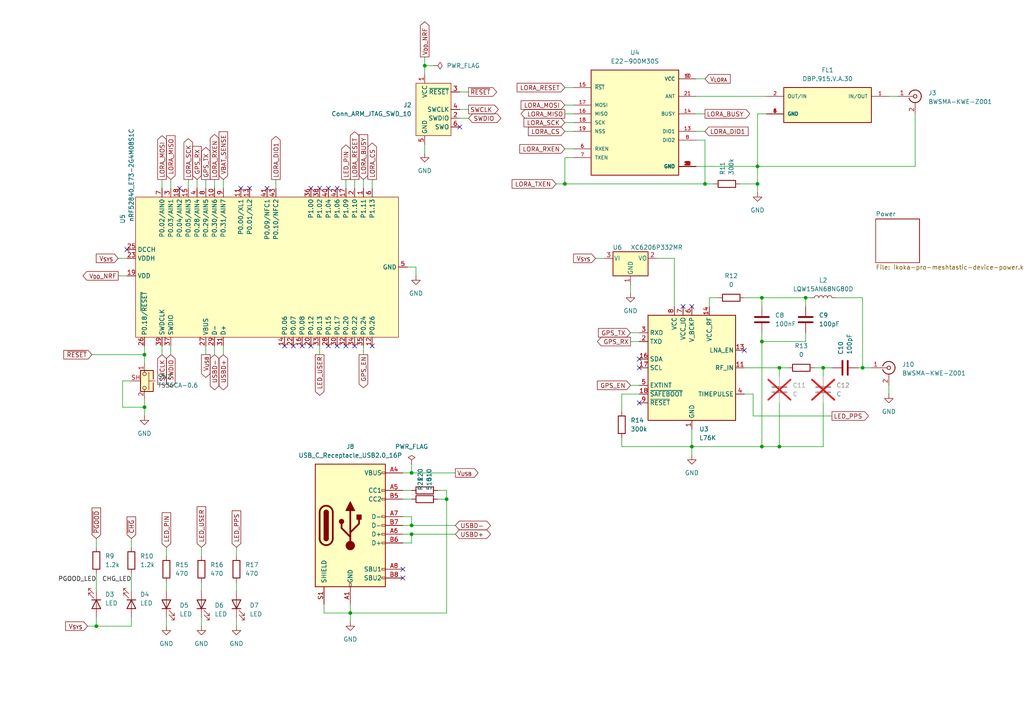
<source format=kicad_sch>
(kicad_sch (version 20250114) (generator "eeschema") (generator_version "9.0")
  (paper "A4")
  (lib_symbols
    (symbol "Connector:Conn_ARM_SWD_TagConnect_TC2030-NL" (in_bom no)
      (property "Reference" "J" (at 2.54 11.43 0))
      (property "Value" "Conn_ARM_SWD_TagConnect_TC2030-NL" (at 2.54 8.89 0))
      (symbol "Conn_ARM_SWD_TagConnect_TC2030-NL_0_0"
        (pin power_in line (at -2.54 10.16 270) (length 2.54) (name "VCC") (number "1"))
        (pin power_in line (at -2.54 -10.16 90) (length 2.54) (name "GND") (number "5"))
        (pin open_collector line (at 7.62 5.08 180) (length 2.54) (name "~{RESET}") (number "3"))
        (pin output line (at 7.62 0 180) (length 2.54) (name "SWCLK") (number "4"))
        (pin bidirectional line (at 7.62 -2.54 180) (length 2.54) (name "SWDIO") (number "2"))
        (pin input line (at 7.62 -5.08 180) (length 2.54) (name "SWO") (number "6"))
      )
      (symbol "Conn_ARM_SWD_TagConnect_TC2030-NL_0_1"
        (rectangle (start -5.08 7.62) (end 5.08 -7.62) (fill (type background)))
      )
    )
    (symbol "Connector:Conn_Coaxial" (pin_names (offset 1.016) (hide yes))
      (property "Reference" "J" (at 0.254 3.048 0))
      (property "Value" "Conn_Coaxial" (at 2.921 0 90))
      (symbol "Conn_Coaxial_0_1"
        (polyline (pts (xy -2.54 0) (xy -0.508 0)))
        (arc (start 1.778 0) (mid 0.222 -1.8079) (end -1.778 -0.508) (stroke (width 0.254)))
        (arc (start -1.778 0.508) (mid 0.2221 1.8084) (end 1.778 0) (stroke (width 0.254)))
        (circle (center 0 0) (radius 0.508) (stroke (width 0.2032)))
        (polyline (pts (xy 0 -2.54) (xy 0 -1.778)))
      )
      (symbol "Conn_Coaxial_1_1"
        (pin passive line (at -5.08 0 0) (length 2.54) (name "In") (number "1"))
        (pin passive line (at 0 -5.08 90) (length 2.54) (name "Ext") (number "2"))
      )
    )
    (symbol "Connector:USB_C_Receptacle_USB2.0_16P" (pin_names (offset 1.016))
      (property "Reference" "J" (at 0 22.225 0))
      (property "Value" "USB_C_Receptacle_USB2.0_16P" (at 0 19.685 0))
      (symbol "USB_C_Receptacle_USB2.0_16P_0_0"
        (rectangle (start -0.254 -17.78) (end 0.254 -16.764))
        (rectangle (start 10.16 15.494) (end 9.144 14.986))
        (rectangle (start 10.16 10.414) (end 9.144 9.906))
        (rectangle (start 10.16 7.874) (end 9.144 7.366))
        (rectangle (start 10.16 2.794) (end 9.144 2.286))
        (rectangle (start 10.16 0.254) (end 9.144 -0.254))
        (rectangle (start 10.16 -2.286) (end 9.144 -2.794))
        (rectangle (start 10.16 -4.826) (end 9.144 -5.334))
        (rectangle (start 10.16 -12.446) (end 9.144 -12.954))
        (rectangle (start 10.16 -14.986) (end 9.144 -15.494))
      )
      (symbol "USB_C_Receptacle_USB2.0_16P_0_1"
        (rectangle (start -10.16 17.78) (end 10.16 -17.78) (stroke (width 0.254)) (fill (type background)))
        (polyline (pts (xy -8.89 -3.81) (xy -8.89 3.81)) (stroke (width 0.508)))
        (rectangle (start -7.62 -3.81) (end -6.35 3.81) (stroke (width 0.254)) (fill (type outline)))
        (arc (start -7.62 3.81) (mid -6.985 4.4423) (end -6.35 3.81) (stroke (width 0.254)))
        (arc (start -7.62 3.81) (mid -6.985 4.4423) (end -6.35 3.81) (stroke (width 0.254)) (fill (type outline)))
        (arc (start -8.89 3.81) (mid -6.985 5.7067) (end -5.08 3.81) (stroke (width 0.508)))
        (arc (start -5.08 -3.81) (mid -6.985 -5.7067) (end -8.89 -3.81) (stroke (width 0.508)))
        (arc (start -6.35 -3.81) (mid -6.985 -4.4423) (end -7.62 -3.81) (stroke (width 0.254)))
        (arc (start -6.35 -3.81) (mid -6.985 -4.4423) (end -7.62 -3.81) (stroke (width 0.254)) (fill (type outline)))
        (polyline (pts (xy -5.08 3.81) (xy -5.08 -3.81)) (stroke (width 0.508)))
        (circle (center -2.54 1.143) (radius 0.635) (stroke (width 0.254)) (fill (type outline)))
        (polyline (pts (xy -1.27 4.318) (xy 0 6.858) (xy 1.27 4.318) (xy -1.27 4.318)) (stroke (width 0.254)) (fill (type outline)))
        (polyline (pts (xy 0 -2.032) (xy 2.54 0.508) (xy 2.54 1.778)) (stroke (width 0.508)))
        (polyline (pts (xy 0 -3.302) (xy -2.54 -0.762) (xy -2.54 0.508)) (stroke (width 0.508)))
        (polyline (pts (xy 0 -5.842) (xy 0 4.318)) (stroke (width 0.508)))
        (circle (center 0 -5.842) (radius 1.27) (fill (type outline)))
        (rectangle (start 1.905 1.778) (end 3.175 3.048) (stroke (width 0.254)) (fill (type outline)))
      )
      (symbol "USB_C_Receptacle_USB2.0_16P_1_1"
        (pin passive line (at -7.62 -22.86 90) (length 5.08) (name "SHIELD") (number "S1"))
        (pin passive line (at 0 -22.86 90) (length 5.08) (name "GND") (number "A1"))
        (pin passive line (at 0 -22.86 90) (length 5.08) (hide yes) (name "GND") (number "A12"))
        (pin passive line (at 0 -22.86 90) (length 5.08) (hide yes) (name "GND") (number "B1"))
        (pin passive line (at 0 -22.86 90) (length 5.08) (hide yes) (name "GND") (number "B12"))
        (pin passive line (at 15.24 15.24 180) (length 5.08) (name "VBUS") (number "A4"))
        (pin passive line (at 15.24 15.24 180) (length 5.08) (hide yes) (name "VBUS") (number "A9"))
        (pin passive line (at 15.24 15.24 180) (length 5.08) (hide yes) (name "VBUS") (number "B4"))
        (pin passive line (at 15.24 15.24 180) (length 5.08) (hide yes) (name "VBUS") (number "B9"))
        (pin bidirectional line (at 15.24 10.16 180) (length 5.08) (name "CC1") (number "A5"))
        (pin bidirectional line (at 15.24 7.62 180) (length 5.08) (name "CC2") (number "B5"))
        (pin bidirectional line (at 15.24 2.54 180) (length 5.08) (name "D-") (number "A7"))
        (pin bidirectional line (at 15.24 0 180) (length 5.08) (name "D-") (number "B7"))
        (pin bidirectional line (at 15.24 -2.54 180) (length 5.08) (name "D+") (number "A6"))
        (pin bidirectional line (at 15.24 -5.08 180) (length 5.08) (name "D+") (number "B6"))
        (pin bidirectional line (at 15.24 -12.7 180) (length 5.08) (name "SBU1") (number "A8"))
        (pin bidirectional line (at 15.24 -15.24 180) (length 5.08) (name "SBU2") (number "B8"))
      )
    )
    (symbol "DBP.915.V.A.30:DBP.915.V.A.30" (pin_names (offset 1.016))
      (property "Reference" "FL" (at -12.7 5.969 0))
      (property "Value" "DBP.915.V.A.30" (at -12.7 -7.62 0))
      (symbol "DBP.915.V.A.30_0_0"
        (rectangle (start -12.7 -5.08) (end 12.7 5.08) (stroke (width 0.254)) (fill (type background)))
        (pin bidirectional line (at -17.78 2.54 0) (length 5.08) (name "IN/OUT") (number "1"))
        (pin bidirectional line (at 17.78 2.54 180) (length 5.08) (name "OUT/IN") (number "2"))
        (pin power_in line (at 17.78 -2.54 180) (length 5.08) (name "GND") (number "3"))
        (pin power_in line (at 17.78 -2.54 180) (length 5.08) (name "GND") (number "4"))
        (pin power_in line (at 17.78 -2.54 180) (length 5.08) (name "GND") (number "5"))
        (pin power_in line (at 17.78 -2.54 180) (length 5.08) (name "GND") (number "6"))
      )
    )
    (symbol "Device:C" (pin_numbers (hide yes)) (pin_names (offset 0.254))
      (property "Reference" "C" (at 0.635 2.54 0))
      (property "Value" "C" (at 0.635 -2.54 0))
      (symbol "C_0_1"
        (polyline (pts (xy -2.032 0.762) (xy 2.032 0.762)) (stroke (width 0.508)))
        (polyline (pts (xy -2.032 -0.762) (xy 2.032 -0.762)) (stroke (width 0.508)))
      )
      (symbol "C_1_1"
        (pin passive line (at 0 3.81 270) (length 2.794) (name "~") (number "1"))
        (pin passive line (at 0 -3.81 90) (length 2.794) (name "~") (number "2"))
      )
    )
    (symbol "Device:L" (pin_numbers (hide yes)) (pin_names (offset 1.016) (hide yes))
      (property "Reference" "L" (at -1.27 0 90))
      (property "Value" "L" (at 1.905 0 90))
      (symbol "L_0_1"
        (arc (start 0 2.54) (mid 0.6323 1.905) (end 0 1.27))
        (arc (start 0 1.27) (mid 0.6323 0.635) (end 0 0))
        (arc (start 0 0) (mid 0.6323 -0.635) (end 0 -1.27))
        (arc (start 0 -1.27) (mid 0.6323 -1.905) (end 0 -2.54))
      )
      (symbol "L_1_1"
        (pin passive line (at 0 3.81 270) (length 1.27) (name "1") (number "1"))
        (pin passive line (at 0 -3.81 90) (length 1.27) (name "2") (number "2"))
      )
    )
    (symbol "Device:LED" (pin_numbers (hide yes)) (pin_names (offset 1.016) (hide yes))
      (property "Reference" "D" (at 0 2.54 0))
      (property "Value" "LED" (at 0 -2.54 0))
      (symbol "LED_0_1"
        (polyline (pts (xy -3.048 -0.762) (xy -4.572 -2.286) (xy -3.81 -2.286) (xy -4.572 -2.286) (xy -4.572 -1.524)))
        (polyline (pts (xy -1.778 -0.762) (xy -3.302 -2.286) (xy -2.54 -2.286) (xy -3.302 -2.286) (xy -3.302 -1.524)))
        (polyline (pts (xy -1.27 0) (xy 1.27 0)))
        (polyline (pts (xy -1.27 -1.27) (xy -1.27 1.27)) (stroke (width 0.254)))
        (polyline (pts (xy 1.27 -1.27) (xy 1.27 1.27) (xy -1.27 0) (xy 1.27 -1.27)) (stroke (width 0.254)))
      )
      (symbol "LED_1_1"
        (pin passive line (at -3.81 0 0) (length 2.54) (name "K") (number "1"))
        (pin passive line (at 3.81 0 180) (length 2.54) (name "A") (number "2"))
      )
    )
    (symbol "Device:R" (pin_numbers (hide yes)) (pin_names (offset 0))
      (property "Reference" "R" (at 2.032 0 90))
      (property "Value" "R" (at 0 0 90))
      (symbol "R_0_1"
        (rectangle (start -1.016 -2.54) (end 1.016 2.54) (stroke (width 0.254)))
      )
      (symbol "R_1_1"
        (pin passive line (at 0 3.81 270) (length 1.27) (name "~") (number "1"))
        (pin passive line (at 0 -3.81 90) (length 1.27) (name "~") (number "2"))
      )
    )
    (symbol "E22-900M30S:E22-900M30S" (pin_names (offset 1.016))
      (property "Reference" "U" (at -12.7 16.002 0))
      (property "Value" "E22-900M30S" (at -12.7 -17.78 0))
      (symbol "E22-900M30S_0_0"
        (rectangle (start -12.7 -15.24) (end 12.7 15.24) (stroke (width 0.254)) (fill (type background)))
        (pin input line (at -17.78 10.16 0) (length 5.08) (name "~{RST}") (number "15"))
        (pin input line (at -17.78 5.08 0) (length 5.08) (name "MOSI") (number "17"))
        (pin output line (at -17.78 2.54 0) (length 5.08) (name "MISO") (number "16"))
        (pin input line (at -17.78 0 0) (length 5.08) (name "SCK") (number "18"))
        (pin input line (at -17.78 -2.54 0) (length 5.08) (name "NSS") (number "19"))
        (pin input line (at -17.78 -7.62 0) (length 5.08) (name "RXEN") (number "6"))
        (pin input line (at -17.78 -10.16 0) (length 5.08) (name "TXEN") (number "7"))
        (pin power_in line (at 17.78 12.7 180) (length 5.08) (name "VCC") (number "10"))
        (pin power_in line (at 17.78 12.7 180) (length 5.08) (name "VCC") (number "9"))
        (pin output line (at 17.78 7.62 180) (length 5.08) (name "ANT") (number "21"))
        (pin output line (at 17.78 2.54 180) (length 5.08) (name "BUSY") (number "14"))
        (pin bidirectional line (at 17.78 -2.54 180) (length 5.08) (name "DIO1") (number "13"))
        (pin bidirectional line (at 17.78 -5.08 180) (length 5.08) (name "DIO2") (number "8"))
        (pin power_in line (at 17.78 -12.7 180) (length 5.08) (name "GND") (number "1"))
        (pin power_in line (at 17.78 -12.7 180) (length 5.08) (name "GND") (number "11"))
        (pin power_in line (at 17.78 -12.7 180) (length 5.08) (name "GND") (number "12"))
        (pin power_in line (at 17.78 -12.7 180) (length 5.08) (name "GND") (number "2"))
        (pin power_in line (at 17.78 -12.7 180) (length 5.08) (name "GND") (number "20"))
        (pin power_in line (at 17.78 -12.7 180) (length 5.08) (name "GND") (number "22"))
        (pin power_in line (at 17.78 -12.7 180) (length 5.08) (name "GND") (number "3"))
        (pin power_in line (at 17.78 -12.7 180) (length 5.08) (name "GND") (number "4"))
        (pin power_in line (at 17.78 -12.7 180) (length 5.08) (name "GND") (number "5"))
      )
    )
    (symbol "PCM_marbastlib-various:nRF52840_E73-2G4M08S1C"
      (property "Reference" "U" (at 13.97 41.91 0))
      (property "Value" "nRF52840_E73-2G4M08S1C" (at 26.67 39.37 0))
      (symbol "nRF52840_E73-2G4M08S1C_0_0"
        (pin input line (at -22.86 30.48 0) (length 2.54) (name "SWDCLK") (number "39"))
        (pin bidirectional line (at -22.86 27.94 0) (length 2.54) (name "SWDIO") (number "37"))
        (pin power_in line (at -22.86 17.78 0) (length 2.54) (name "VBUS") (number "27"))
        (pin bidirectional line (at -22.86 15.24 0) (length 2.54) (name "D-") (number "29"))
        (pin bidirectional line (at -22.86 12.7 0) (length 2.54) (name "D+") (number "31"))
        (pin bidirectional line (at -22.86 -5.08 0) (length 2.54) (name "P0.06") (number "14"))
        (pin bidirectional line (at -22.86 -7.62 0) (length 2.54) (name "P0.07") (number "22"))
        (pin bidirectional line (at -22.86 -10.16 0) (length 2.54) (name "P0.08") (number "16"))
        (pin bidirectional line (at -22.86 -12.7 0) (length 2.54) (name "P0.12") (number "20"))
        (pin bidirectional line (at -22.86 -15.24 0) (length 2.54) (name "P0.13") (number "33"))
        (pin bidirectional line (at -22.86 -17.78 0) (length 2.54) (name "P0.15") (number "28"))
        (pin bidirectional line (at -22.86 -20.32 0) (length 2.54) (name "P0.17") (number "30"))
        (pin bidirectional line (at -22.86 -22.86 0) (length 2.54) (name "P0.20") (number "32"))
        (pin bidirectional line (at -22.86 -25.4 0) (length 2.54) (name "P0.22") (number "34"))
        (pin bidirectional line (at -22.86 -27.94 0) (length 2.54) (name "P0.24") (number "35"))
        (pin bidirectional line (at -22.86 -30.48 0) (length 2.54) (name "P0.26") (number "12"))
        (pin power_in line (at -2.54 40.64 270) (length 2.54) (name "VDD") (number "19"))
        (pin power_in line (at 2.54 40.64 270) (length 2.54) (name "VDDH") (number "23"))
        (pin power_out line (at 5.08 40.64 270) (length 2.54) (name "DCCH") (number "25"))
        (pin bidirectional line (at 22.86 30.48 180) (length 2.54) (name "P0.02/AIN0") (number "7"))
        (pin bidirectional line (at 22.86 27.94 180) (length 2.54) (name "P0.03/AIN1") (number "3"))
        (pin bidirectional line (at 22.86 25.4 180) (length 2.54) (name "P0.04/AIN2") (number "18"))
        (pin bidirectional line (at 22.86 22.86 180) (length 2.54) (name "P0.05/AIN3") (number "15"))
        (pin bidirectional line (at 22.86 20.32 180) (length 2.54) (name "P0.28/AIN4") (number "4"))
        (pin bidirectional line (at 22.86 17.78 180) (length 2.54) (name "P0.29/AIN5") (number "8"))
        (pin bidirectional line (at 22.86 15.24 180) (length 2.54) (name "P0.30/AIN6") (number "10"))
        (pin bidirectional line (at 22.86 12.7 180) (length 2.54) (name "P0.31/AIN7") (number "9"))
        (pin bidirectional line (at 22.86 7.62 180) (length 2.54) (name "P0.00/XL1") (number "11"))
        (pin bidirectional line (at 22.86 5.08 180) (length 2.54) (name "P0.01/XL2") (number "13"))
        (pin bidirectional line (at 22.86 0 180) (length 2.54) (name "P0.09/NFC1") (number "41"))
        (pin bidirectional line (at 22.86 -2.54 180) (length 2.54) (name "P0.10/NFC2") (number "43"))
        (pin bidirectional line (at 22.86 -12.7 180) (length 2.54) (name "P1.00") (number "36"))
        (pin bidirectional line (at 22.86 -15.24 180) (length 2.54) (name "P1.02") (number "38"))
        (pin bidirectional line (at 22.86 -17.78 180) (length 2.54) (name "P1.04") (number "40"))
        (pin power_in line (at 22.86 -20.32 180) (length 2.54) (name "P1.06") (number "42"))
        (pin bidirectional line (at 22.86 -22.86 180) (length 2.54) (name "P1.09") (number "17"))
        (pin bidirectional line (at 22.86 -25.4 180) (length 2.54) (name "P1.10") (number "2"))
        (pin bidirectional line (at 22.86 -27.94 180) (length 2.54) (name "P1.11") (number "1"))
        (pin bidirectional line (at 22.86 -30.48 180) (length 2.54) (name "P1.13") (number "6"))
      )
      (symbol "nRF52840_E73-2G4M08S1C_0_1"
        (rectangle (start -20.32 38.1) (end 20.32 -38.1) (stroke (width 0.1524)) (fill (type background)))
      )
      (symbol "nRF52840_E73-2G4M08S1C_1_0"
        (pin input line (at -22.86 35.56 0) (length 2.54) (name "P0.18/~{RESET}") (number "26"))
        (pin passive line (at 0 -40.64 90) (length 2.54) (hide yes) (name "GND") (number "21"))
        (pin passive line (at 0 -40.64 90) (length 2.54) (hide yes) (name "GND") (number "24"))
        (pin power_in line (at 0 -40.64 90) (length 2.54) (name "GND") (number "5"))
      )
    )
    (symbol "RF_GPS:MAX-8C"
      (property "Reference" "U" (at -10.16 16.51 0))
      (property "Value" "MAX-8C" (at 11.43 16.51 0))
      (symbol "MAX-8C_0_1"
        (rectangle (start 12.7 15.24) (end -12.7 -15.24) (stroke (width 0.254)) (fill (type background)))
      )
      (symbol "MAX-8C_1_1"
        (pin input line (at -15.24 10.16 0) (length 2.54) (name "RXD") (number "3"))
        (pin output line (at -15.24 7.62 0) (length 2.54) (name "TXD") (number "2"))
        (pin bidirectional line (at -15.24 2.54 0) (length 2.54) (name "SDA") (number "16"))
        (pin input line (at -15.24 0 0) (length 2.54) (name "SCL") (number "17"))
        (pin input line (at -15.24 -5.08 0) (length 2.54) (name "EXTINT") (number "5"))
        (pin input line (at -15.24 -7.62 0) (length 2.54) (name "~{SAFEBOOT}") (number "18"))
        (pin input line (at -15.24 -10.16 0) (length 2.54) (name "~{RESET}") (number "9"))
        (pin power_in line (at -5.08 17.78 270) (length 2.54) (name "VCC") (number "8"))
        (pin power_in line (at -2.54 17.78 270) (length 2.54) (name "VCC_IO") (number "7"))
        (pin power_in line (at 0 17.78 270) (length 2.54) (name "V_BCKP") (number "6"))
        (pin power_in line (at 0 -17.78 90) (length 2.54) (name "GND") (number "1"))
        (pin passive line (at 0 -17.78 90) (length 2.54) (hide yes) (name "GND") (number "10"))
        (pin passive line (at 0 -17.78 90) (length 2.54) (hide yes) (name "GND") (number "12"))
        (pin power_out line (at 5.08 17.78 270) (length 2.54) (name "VCC_RF") (number "14"))
        (pin no_connect line (at 12.7 -5.08 180) (length 2.54) (hide yes) (name "Reserved") (number "15"))
        (pin output line (at 15.24 5.08 180) (length 2.54) (name "LNA_EN") (number "13"))
        (pin input line (at 15.24 0 180) (length 2.54) (name "RF_IN") (number "11"))
        (pin output line (at 15.24 -7.62 180) (length 2.54) (name "TIMEPULSE") (number "4"))
      )
    )
    (symbol "Regulator_Linear:XC6206PxxxMR" (pin_names (offset 0.254))
      (property "Reference" "U" (at -3.81 3.175 0))
      (property "Value" "XC6206PxxxMR" (at 0 3.175 0))
      (symbol "XC6206PxxxMR_0_1"
        (rectangle (start -5.08 1.905) (end 5.08 -5.08) (stroke (width 0.254)) (fill (type background)))
      )
      (symbol "XC6206PxxxMR_1_1"
        (pin power_in line (at -7.62 0 0) (length 2.54) (name "VI") (number "3"))
        (pin power_in line (at 0 -7.62 90) (length 2.54) (name "GND") (number "1"))
        (pin power_out line (at 7.62 0 180) (length 2.54) (name "VO") (number "2"))
      )
    )
    (symbol "Switch:SW_Push_Shielded" (pin_names (offset 1.016) (hide yes))
      (property "Reference" "SW" (at 4.318 2.032 0))
      (property "Value" "SW_Push_Shielded" (at 0 4.572 0))
      (symbol "SW_Push_Shielded_0_1"
        (circle (center -2.032 0) (radius 0.508))
        (polyline (pts (xy 0 1.27) (xy 0 3.048)))
        (polyline (pts (xy 0.508 2.54) (xy 3.048 2.54) (xy 3.048 -1.143) (xy -3.048 -1.143) (xy -3.048 2.54) (xy -0.508 2.54)) (stroke (width -0.0254)))
        (polyline (pts (xy 0.508 2.54) (xy 3.048 2.54) (xy 3.048 -1.143) (xy -3.048 -1.143) (xy -3.048 2.54) (xy -0.508 2.54)) (stroke (width 0.254)))
        (circle (center 2.032 0) (radius 0.508))
        (polyline (pts (xy 2.54 1.27) (xy -2.54 1.27)))
        (pin passive line (at -5.08 0 0) (length 2.54) (name "1") (number "1"))
        (pin passive line (at 5.08 0 180) (length 2.54) (name "2") (number "2"))
      )
      (symbol "SW_Push_Shielded_1_1"
        (rectangle (start -3.048 2.54) (end 3.048 -1.27) (stroke (width -0.0254)) (fill (type background)))
        (pin passive line (at 0 -3.81 90) (length 2.54) (name "B") (number "SH"))
      )
    )
    (symbol "power:GND" (power) (pin_numbers (hide yes)) (pin_names (offset 0) (hide yes))
      (property "Value" "GND" (at 0 -3.81 0))
      (symbol "GND_0_1"
        (polyline (pts (xy 0 0) (xy 0 -1.27) (xy 1.27 -1.27) (xy 0 -2.54) (xy -1.27 -1.27) (xy 0 -1.27)))
      )
      (symbol "GND_1_1"
        (pin power_in line (at 0 0 270) (length 0) (name "~") (number "1"))
      )
    )
    (symbol "power:PWR_FLAG" (power) (pin_numbers (hide yes)) (pin_names (offset 0) (hide yes))
      (property "Value" "PWR_FLAG" (at 0 3.81 0))
      (symbol "PWR_FLAG_0_0"
        (pin power_out line (at 0 0 90) (length 0) (name "~") (number "1"))
      )
      (symbol "PWR_FLAG_0_1"
        (polyline (pts (xy 0 0) (xy 0 1.27) (xy -1.016 1.905) (xy 0 2.54) (xy 1.016 1.905) (xy 0 1.27)))
      )
    )
  )
  (junction (at 41.91 102.87))
  (junction (at 220.98 86.36))
  (junction (at 101.6 177.8))
  (junction (at 200.66 129.54))
  (junction (at 119.38 152.4))
  (junction (at 123.19 19.05))
  (junction (at 119.38 137.16))
  (junction (at 219.71 48.26))
  (junction (at 41.91 118.11))
  (junction (at 220.98 129.54))
  (junction (at 226.06 106.68))
  (junction (at 204.47 53.34))
  (junction (at 27.94 181.61))
  (junction (at 163.83 53.34))
  (junction (at 129.54 144.78))
  (junction (at 226.06 129.54))
  (junction (at 119.38 154.94))
  (junction (at 233.68 86.36))
  (junction (at 238.76 106.68))
  (junction (at 220.98 99.06))
  (junction (at 250.19 106.68))
  (junction (at 219.71 53.34))
  (no_connect (at 97.79 54.61))
  (no_connect (at 82.55 100.33))
  (no_connect (at 77.47 54.61))
  (no_connect (at 116.84 167.64))
  (no_connect (at 185.42 104.14))
  (no_connect (at 52.07 54.61))
  (no_connect (at 198.12 88.9))
  (no_connect (at 92.71 54.61))
  (no_connect (at 200.66 88.9))
  (no_connect (at 97.79 100.33))
  (no_connect (at 90.17 54.61))
  (no_connect (at 116.84 165.1))
  (no_connect (at 72.39 54.61))
  (no_connect (at 69.85 54.61))
  (no_connect (at 85.09 100.33))
  (no_connect (at 95.25 100.33))
  (no_connect (at 87.63 100.33))
  (no_connect (at 100.33 100.33))
  (no_connect (at 107.95 100.33))
  (no_connect (at 215.9 101.6))
  (no_connect (at 90.17 100.33))
  (no_connect (at 102.87 100.33))
  (no_connect (at 36.83 72.39))
  (no_connect (at 185.42 116.84))
  (no_connect (at 95.25 54.61))
  (no_connect (at 133.35 36.83))
  (no_connect (at 185.42 106.68))
  (wire (pts (xy 238.76 106.68) (xy 238.76 109.22)))
  (wire (pts (xy 238.76 106.68) (xy 241.3 106.68)))
  (wire (pts (xy 119.38 149.86) (xy 116.84 149.86)))
  (wire (pts (xy 57.15 52.07) (xy 57.15 54.61)))
  (wire (pts (xy 58.42 168.91) (xy 58.42 171.45)))
  (wire (pts (xy 92.71 100.33) (xy 92.71 102.87)))
  (wire (pts (xy 161.29 53.34) (xy 163.83 53.34)))
  (wire (pts (xy 101.6 177.8) (xy 101.6 180.34)))
  (wire (pts (xy 133.35 34.29) (xy 135.89 34.29)))
  (wire (pts (xy 27.94 181.61) (xy 38.1 181.61)))
  (wire (pts (xy 123.19 19.05) (xy 125.73 19.05)))
  (wire (pts (xy 48.26 168.91) (xy 48.26 171.45)))
  (wire (pts (xy 219.71 33.02) (xy 219.71 48.26)))
  (wire (pts (xy 38.1 110.49) (xy 35.56 110.49)))
  (wire (pts (xy 68.58 158.75) (xy 68.58 161.29)))
  (wire (pts (xy 119.38 154.94) (xy 132.08 154.94)))
  (wire (pts (xy 220.98 86.36) (xy 220.98 88.9)))
  (wire (pts (xy 101.6 177.8) (xy 93.98 177.8)))
  (wire (pts (xy 180.34 127) (xy 180.34 129.54)))
  (wire (pts (xy 34.29 80.01) (xy 36.83 80.01)))
  (wire (pts (xy 129.54 144.78) (xy 127 144.78)))
  (wire (pts (xy 219.71 33.02) (xy 222.25 33.02)))
  (wire (pts (xy 133.35 31.75) (xy 135.89 31.75)))
  (wire (pts (xy 116.84 157.48) (xy 119.38 157.48)))
  (wire (pts (xy 41.91 102.87) (xy 41.91 105.41)))
  (wire (pts (xy 200.66 129.54) (xy 220.98 129.54)))
  (wire (pts (xy 102.87 52.07) (xy 102.87 54.61)))
  (wire (pts (xy 200.66 124.46) (xy 200.66 129.54)))
  (wire (pts (xy 201.93 27.94) (xy 222.25 27.94)))
  (wire (pts (xy 163.83 43.18) (xy 166.37 43.18)))
  (wire (pts (xy 41.91 100.33) (xy 41.91 102.87)))
  (wire (pts (xy 163.83 38.1) (xy 166.37 38.1)))
  (wire (pts (xy 180.34 129.54) (xy 200.66 129.54)))
  (wire (pts (xy 27.94 179.07) (xy 27.94 181.61)))
  (wire (pts (xy 163.83 35.56) (xy 166.37 35.56)))
  (wire (pts (xy 123.19 19.05) (xy 123.19 21.59)))
  (wire (pts (xy 54.61 52.07) (xy 54.61 54.61)))
  (wire (pts (xy 107.95 52.07) (xy 107.95 54.61)))
  (wire (pts (xy 116.84 142.24) (xy 119.38 142.24)))
  (wire (pts (xy 46.99 100.33) (xy 46.99 102.87)))
  (wire (pts (xy 118.11 77.47) (xy 120.65 77.47)))
  (wire (pts (xy 238.76 129.54) (xy 226.06 129.54)))
  (wire (pts (xy 62.23 52.07) (xy 62.23 54.61)))
  (wire (pts (xy 190.5 74.93) (xy 195.58 74.93)))
  (wire (pts (xy 219.71 48.26) (xy 219.71 53.34)))
  (wire (pts (xy 38.1 181.61) (xy 38.1 179.07)))
  (wire (pts (xy 68.58 179.07) (xy 68.58 181.61)))
  (wire (pts (xy 27.94 166.37) (xy 27.94 171.45)))
  (wire (pts (xy 41.91 118.11) (xy 41.91 120.65)))
  (wire (pts (xy 119.38 152.4) (xy 132.08 152.4)))
  (wire (pts (xy 119.38 152.4) (xy 119.38 149.86)))
  (wire (pts (xy 201.93 22.86) (xy 204.47 22.86)))
  (wire (pts (xy 46.99 52.07) (xy 46.99 54.61)))
  (wire (pts (xy 116.84 137.16) (xy 119.38 137.16)))
  (wire (pts (xy 233.68 86.36) (xy 233.68 88.9)))
  (wire (pts (xy 195.58 74.93) (xy 195.58 88.9)))
  (wire (pts (xy 163.83 30.48) (xy 166.37 30.48)))
  (wire (pts (xy 62.23 100.33) (xy 62.23 102.87)))
  (wire (pts (xy 25.4 181.61) (xy 27.94 181.61)))
  (wire (pts (xy 119.38 137.16) (xy 132.08 137.16)))
  (wire (pts (xy 101.6 175.26) (xy 101.6 177.8)))
  (wire (pts (xy 123.19 41.91) (xy 123.19 44.45)))
  (wire (pts (xy 119.38 157.48) (xy 119.38 154.94)))
  (wire (pts (xy 219.71 53.34) (xy 219.71 55.88)))
  (wire (pts (xy 38.1 156.21) (xy 38.1 158.75)))
  (wire (pts (xy 265.43 48.26) (xy 219.71 48.26)))
  (wire (pts (xy 218.44 114.3) (xy 218.44 120.65)))
  (wire (pts (xy 116.84 152.4) (xy 119.38 152.4)))
  (wire (pts (xy 100.33 52.07) (xy 100.33 54.61)))
  (wire (pts (xy 242.57 86.36) (xy 250.19 86.36)))
  (wire (pts (xy 38.1 166.37) (xy 38.1 171.45)))
  (wire (pts (xy 58.42 179.07) (xy 58.42 181.61)))
  (wire (pts (xy 205.74 88.9) (xy 205.74 86.36)))
  (wire (pts (xy 93.98 177.8) (xy 93.98 175.26)))
  (wire (pts (xy 49.53 52.07) (xy 49.53 54.61)))
  (wire (pts (xy 119.38 134.62) (xy 119.38 137.16)))
  (wire (pts (xy 59.69 102.87) (xy 59.69 100.33)))
  (wire (pts (xy 204.47 40.64) (xy 201.93 40.64)))
  (wire (pts (xy 215.9 114.3) (xy 218.44 114.3)))
  (wire (pts (xy 26.67 102.87) (xy 41.91 102.87)))
  (wire (pts (xy 163.83 33.02) (xy 166.37 33.02)))
  (wire (pts (xy 201.93 38.1) (xy 204.47 38.1)))
  (wire (pts (xy 120.65 77.47) (xy 120.65 80.01)))
  (wire (pts (xy 80.01 52.07) (xy 80.01 54.61)))
  (wire (pts (xy 59.69 52.07) (xy 59.69 54.61)))
  (wire (pts (xy 248.92 106.68) (xy 250.19 106.68)))
  (wire (pts (xy 64.77 52.07) (xy 64.77 54.61)))
  (wire (pts (xy 200.66 132.08) (xy 200.66 129.54)))
  (wire (pts (xy 116.84 144.78) (xy 119.38 144.78)))
  (wire (pts (xy 185.42 114.3) (xy 180.34 114.3)))
  (wire (pts (xy 35.56 118.11) (xy 41.91 118.11)))
  (wire (pts (xy 127 142.24) (xy 129.54 142.24)))
  (wire (pts (xy 204.47 40.64) (xy 204.47 53.34)))
  (wire (pts (xy 129.54 177.8) (xy 101.6 177.8)))
  (wire (pts (xy 182.88 99.06) (xy 185.42 99.06)))
  (wire (pts (xy 205.74 86.36) (xy 208.28 86.36)))
  (wire (pts (xy 163.83 45.72) (xy 166.37 45.72)))
  (wire (pts (xy 58.42 158.75) (xy 58.42 161.29)))
  (wire (pts (xy 233.68 96.52) (xy 233.68 99.06)))
  (wire (pts (xy 233.68 99.06) (xy 220.98 99.06)))
  (wire (pts (xy 236.22 106.68) (xy 238.76 106.68)))
  (wire (pts (xy 257.81 27.94) (xy 260.35 27.94)))
  (wire (pts (xy 48.26 179.07) (xy 48.26 181.61)))
  (wire (pts (xy 163.83 25.4) (xy 166.37 25.4)))
  (wire (pts (xy 234.95 86.36) (xy 233.68 86.36)))
  (wire (pts (xy 226.06 129.54) (xy 220.98 129.54)))
  (wire (pts (xy 182.88 111.76) (xy 185.42 111.76)))
  (wire (pts (xy 163.83 53.34) (xy 204.47 53.34)))
  (wire (pts (xy 182.88 82.55) (xy 182.88 85.09)))
  (wire (pts (xy 129.54 144.78) (xy 129.54 177.8)))
  (wire (pts (xy 123.19 16.51) (xy 123.19 19.05)))
  (wire (pts (xy 201.93 33.02) (xy 204.47 33.02)))
  (wire (pts (xy 220.98 96.52) (xy 220.98 99.06)))
  (wire (pts (xy 27.94 156.21) (xy 27.94 158.75)))
  (wire (pts (xy 215.9 86.36) (xy 220.98 86.36)))
  (wire (pts (xy 220.98 99.06) (xy 220.98 129.54)))
  (wire (pts (xy 204.47 53.34) (xy 207.01 53.34)))
  (wire (pts (xy 105.41 52.07) (xy 105.41 54.61)))
  (wire (pts (xy 257.81 111.76) (xy 257.81 114.3)))
  (wire (pts (xy 49.53 100.33) (xy 49.53 102.87)))
  (wire (pts (xy 214.63 53.34) (xy 219.71 53.34)))
  (wire (pts (xy 129.54 142.24) (xy 129.54 144.78)))
  (wire (pts (xy 226.06 106.68) (xy 228.6 106.68)))
  (wire (pts (xy 265.43 33.02) (xy 265.43 48.26)))
  (wire (pts (xy 218.44 120.65) (xy 241.3 120.65)))
  (wire (pts (xy 68.58 168.91) (xy 68.58 171.45)))
  (wire (pts (xy 226.06 116.84) (xy 226.06 129.54)))
  (wire (pts (xy 182.88 96.52) (xy 185.42 96.52)))
  (wire (pts (xy 220.98 86.36) (xy 233.68 86.36)))
  (wire (pts (xy 35.56 110.49) (xy 35.56 118.11)))
  (wire (pts (xy 105.41 100.33) (xy 105.41 102.87)))
  (wire (pts (xy 48.26 158.75) (xy 48.26 161.29)))
  (wire (pts (xy 180.34 114.3) (xy 180.34 119.38)))
  (wire (pts (xy 41.91 115.57) (xy 41.91 118.11)))
  (wire (pts (xy 64.77 100.33) (xy 64.77 102.87)))
  (wire (pts (xy 172.72 74.93) (xy 175.26 74.93)))
  (wire (pts (xy 226.06 109.22) (xy 226.06 106.68)))
  (wire (pts (xy 116.84 154.94) (xy 119.38 154.94)))
  (wire (pts (xy 34.29 74.93) (xy 36.83 74.93)))
  (wire (pts (xy 250.19 106.68) (xy 252.73 106.68)))
  (wire (pts (xy 238.76 116.84) (xy 238.76 129.54)))
  (wire (pts (xy 250.19 86.36) (xy 250.19 106.68)))
  (wire (pts (xy 215.9 106.68) (xy 226.06 106.68)))
  (wire (pts (xy 133.35 26.67) (xy 135.89 26.67)))
  (wire (pts (xy 201.93 48.26) (xy 219.71 48.26)))
  (wire (pts (xy 163.83 53.34) (xy 163.83 45.72)))
  (label "CHG_LED" (at 38.1 168.91 180))
  (label "PGOOD_LED" (at 27.94 168.91 180))
  (global_label "LED_PIN" (shape output) (at 100.33 52.07 90) (property "Intersheetrefs" "${INTERSHEET_REFS}" (effects (hide yes))))
  (global_label "LORA_RESET" (shape input) (at 163.83 25.4 180) (property "Intersheetrefs" "${INTERSHEET_REFS}" (effects (hide yes))))
  (global_label "LED_PPS" (shape output) (at 241.3 120.65 0) (property "Intersheetrefs" "${INTERSHEET_REFS}" (effects (hide yes))))
  (global_label "SWDIO" (shape bidirectional) (at 135.89 34.29 0) (property "Intersheetrefs" "${INTERSHEET_REFS}" (effects (hide yes))))
  (global_label "V_{LORA}" (shape input) (at 204.47 22.86 0) (property "Intersheetrefs" "${INTERSHEET_REFS}" (effects (hide yes))))
  (global_label "LORA_MOSI" (shape output) (at 46.99 52.07 90) (property "Intersheetrefs" "${INTERSHEET_REFS}" (effects (hide yes))))
  (global_label "LORA_MISO" (shape input) (at 49.53 52.07 90) (property "Intersheetrefs" "${INTERSHEET_REFS}" (effects (hide yes))))
  (global_label "LED_USER" (shape input) (at 58.42 158.75 90) (effects (font (thickness 0.1588))) (property "Intersheetrefs" "${INTERSHEET_REFS}" (effects (hide yes))))
  (global_label "LORA_RXEN" (shape output) (at 62.23 52.07 90) (property "Intersheetrefs" "${INTERSHEET_REFS}" (effects (hide yes))))
  (global_label "GPS_TX" (shape input) (at 182.88 96.52 180) (property "Intersheetrefs" "${INTERSHEET_REFS}" (effects (hide yes))))
  (global_label "SWDIO" (shape bidirectional) (at 49.53 102.87 270) (property "Intersheetrefs" "${INTERSHEET_REFS}" (effects (hide yes))))
  (global_label "USBD-" (shape bidirectional) (at 62.23 102.87 270) (property "Intersheetrefs" "${INTERSHEET_REFS}" (effects (hide yes))))
  (global_label "~{RESET}" (shape output) (at 135.89 26.67 0) (property "Intersheetrefs" "${INTERSHEET_REFS}" (effects (hide yes))))
  (global_label "LORA_CS" (shape output) (at 107.95 52.07 90) (property "Intersheetrefs" "${INTERSHEET_REFS}" (effects (hide yes))))
  (global_label "GPS_EN" (shape input) (at 182.88 111.76 180) (property "Intersheetrefs" "${INTERSHEET_REFS}" (effects (hide yes))))
  (global_label "LORA_CS" (shape input) (at 163.83 38.1 180) (property "Intersheetrefs" "${INTERSHEET_REFS}" (effects (hide yes))))
  (global_label "LORA_BUSY" (shape output) (at 204.47 33.02 0) (property "Intersheetrefs" "${INTERSHEET_REFS}" (effects (hide yes))))
  (global_label "~{PGOOD}" (shape input) (at 27.94 156.21 90) (effects (font (thickness 0.1588))) (property "Intersheetrefs" "${INTERSHEET_REFS}" (effects (hide yes))))
  (global_label "V_{DD}_NRF" (shape output) (at 34.29 80.01 180) (effects (font (thickness 0.1588))) (property "Intersheetrefs" "${INTERSHEET_REFS}" (effects (hide yes))))
  (global_label "GPS_RX" (shape input) (at 57.15 52.07 90) (property "Intersheetrefs" "${INTERSHEET_REFS}" (effects (hide yes))))
  (global_label "USBD-" (shape bidirectional) (at 132.08 152.4 0) (property "Intersheetrefs" "${INTERSHEET_REFS}" (effects (hide yes))))
  (global_label "VBAT_SENSE" (shape input) (at 64.77 52.07 90) (property "Intersheetrefs" "${INTERSHEET_REFS}" (effects (hide yes))))
  (global_label "LED_USER" (shape output) (at 92.71 102.87 270) (effects (font (thickness 0.1588))) (property "Intersheetrefs" "${INTERSHEET_REFS}" (effects (hide yes))))
  (global_label "V_{USB}" (shape output) (at 59.69 102.87 270) (property "Intersheetrefs" "${INTERSHEET_REFS}" (effects (hide yes))))
  (global_label "SWCLK" (shape output) (at 135.89 31.75 0) (property "Intersheetrefs" "${INTERSHEET_REFS}" (effects (hide yes))))
  (global_label "LORA_DIO1" (shape output) (at 80.01 52.07 90) (property "Intersheetrefs" "${INTERSHEET_REFS}" (effects (hide yes))))
  (global_label "LORA_MISO" (shape output) (at 163.83 33.02 180) (property "Intersheetrefs" "${INTERSHEET_REFS}" (effects (hide yes))))
  (global_label "V_{SYS}" (shape input) (at 25.4 181.61 180) (effects (font (thickness 0.1588))) (property "Intersheetrefs" "${INTERSHEET_REFS}" (effects (hide yes))))
  (global_label "~{CHG}" (shape input) (at 38.1 156.21 90) (effects (font (thickness 0.1588))) (property "Intersheetrefs" "${INTERSHEET_REFS}" (effects (hide yes))))
  (global_label "GPS_RX" (shape output) (at 182.88 99.06 180) (property "Intersheetrefs" "${INTERSHEET_REFS}" (effects (hide yes))))
  (global_label "LORA_RXEN" (shape input) (at 163.83 43.18 180) (property "Intersheetrefs" "${INTERSHEET_REFS}" (effects (hide yes))))
  (global_label "LORA_DIO1" (shape input) (at 204.47 38.1 0) (property "Intersheetrefs" "${INTERSHEET_REFS}" (effects (hide yes))))
  (global_label "V_{SYS}" (shape input) (at 34.29 74.93 180) (effects (font (thickness 0.1588))) (property "Intersheetrefs" "${INTERSHEET_REFS}" (effects (hide yes))))
  (global_label "LORA_SCK" (shape input) (at 163.83 35.56 180) (property "Intersheetrefs" "${INTERSHEET_REFS}" (effects (hide yes))))
  (global_label "V_{DD}_NRF" (shape output) (at 123.19 16.51 90) (effects (font (thickness 0.1588))) (property "Intersheetrefs" "${INTERSHEET_REFS}" (effects (hide yes))))
  (global_label "LED_PPS" (shape input) (at 68.58 158.75 90) (effects (font (thickness 0.1588))) (property "Intersheetrefs" "${INTERSHEET_REFS}" (effects (hide yes))))
  (global_label "USBD+" (shape bidirectional) (at 64.77 102.87 270) (property "Intersheetrefs" "${INTERSHEET_REFS}" (effects (hide yes))))
  (global_label "V_{SYS}" (shape input) (at 172.72 74.93 180) (property "Intersheetrefs" "${INTERSHEET_REFS}" (effects (hide yes))))
  (global_label "LORA_TXEN" (shape input) (at 161.29 53.34 180) (property "Intersheetrefs" "${INTERSHEET_REFS}" (effects (hide yes))))
  (global_label "GPS_EN" (shape output) (at 105.41 102.87 270) (property "Intersheetrefs" "${INTERSHEET_REFS}" (effects (hide yes))))
  (global_label "GPS_TX" (shape output) (at 59.69 52.07 90) (property "Intersheetrefs" "${INTERSHEET_REFS}" (effects (hide yes))))
  (global_label "USBD+" (shape bidirectional) (at 132.08 154.94 0) (property "Intersheetrefs" "${INTERSHEET_REFS}" (effects (hide yes))))
  (global_label "~{RESET}" (shape input) (at 26.67 102.87 180) (property "Intersheetrefs" "${INTERSHEET_REFS}" (effects (hide yes))))
  (global_label "LORA_BUSY" (shape input) (at 105.41 52.07 90) (property "Intersheetrefs" "${INTERSHEET_REFS}" (effects (hide yes))))
  (global_label "SWCLK" (shape input) (at 46.99 102.87 270) (property "Intersheetrefs" "${INTERSHEET_REFS}" (effects (hide yes))))
  (global_label "LORA_RESET" (shape output) (at 102.87 52.07 90) (property "Intersheetrefs" "${INTERSHEET_REFS}" (effects (hide yes))))
  (global_label "LORA_SCK" (shape output) (at 54.61 52.07 90) (property "Intersheetrefs" "${INTERSHEET_REFS}" (effects (hide yes))))
  (global_label "LED_PIN" (shape input) (at 48.26 158.75 90) (effects (font (thickness 0.1588))) (property "Intersheetrefs" "${INTERSHEET_REFS}" (effects (hide yes))))
  (global_label "V_{USB}" (shape output) (at 132.08 137.16 0) (property "Intersheetrefs" "${INTERSHEET_REFS}" (effects (hide yes))))
  (global_label "LORA_MOSI" (shape input) (at 163.83 30.48 180) (property "Intersheetrefs" "${INTERSHEET_REFS}" (effects (hide yes))))
  (symbol (lib_id "power:GND") (at 41.91 120.65 0) (unit 1)
    (property "Reference" "#PWR03" (effects (hide yes)))
    (property "Value" "GND" (at 41.91 125.73 0))
    (property "Description" "Power symbol creates a global label with name \"GND\" , ground" (effects (hide yes)))
  )
  (symbol (lib_id "power:PWR_FLAG") (at 125.73 19.05 270) (unit 1)
    (property "Reference" "#FLG02" (effects (hide yes)))
    (property "Value" "PWR_FLAG" (at 129.54 19.0499 90) (effects (justify left)))
    (property "Description" "Special symbol for telling ERC where power comes from" (effects (hide yes)))
  )
  (symbol (lib_id "Device:LED") (at 27.94 175.26 270) (unit 1)
    (property "Reference" "D3" (at 30.48 172.4024 90) (effects (justify left)))
    (property "Value" "LED" (at 30.48 174.9424 90) (effects (justify left)))
    (property "Footprint" "LED_SMD:LED_0603_1608Metric" (effects (hide yes)))
    (property "Description" "Light emitting diode" (effects (hide yes)))
    (property "Sim.Pins" "1=K 2=A" (effects (hide yes)))
    (property "LCSC" "C2290" (effects (hide yes)))
  )
  (symbol (lib_id "Connector:Conn_ARM_SWD_TagConnect_TC2030-NL") (at 125.73 31.75 0) (unit 1) (in_bom no)
    (property "Reference" "J2" (at 119.38 30.4799 0) (effects (justify right)))
    (property "Value" "Conn_ARM_JTAG_SWD_10" (at 119.38 33.0199 0) (effects (justify right)))
    (property "Footprint" "PCM_marbastlib-various:CON_TC2030_outlined" (effects (hide yes)))
    (property "Datasheet" "https://www.tag-connect.com/wp-content/uploads/bsk-pdf-manager/TC2030-CTX_1.pdf" (effects (hide yes)))
    (property "Description" "Tag-Connect ARM Cortex SWD JTAG connector, 6 pin, no legs" (effects (hide yes)))
  )
  (symbol (lib_id "Device:R") (at 38.1 162.56 0) (unit 1)
    (property "Reference" "R10" (at 40.64 161.2899 0) (effects (justify left)))
    (property "Value" "1.2k" (at 40.64 163.8299 0) (effects (justify left)))
    (property "Footprint" "Resistor_SMD:R_0402_1005Metric" (effects (hide yes)))
    (property "Description" "Resistor" (effects (hide yes)))
  )
  (symbol (lib_id "Device:R") (at 68.58 165.1 0) (unit 1)
    (property "Reference" "R17" (at 71.12 163.8299 0) (effects (justify left)))
    (property "Value" "470" (at 71.12 166.3699 0) (effects (justify left)))
    (property "Footprint" "Resistor_SMD:R_0402_1005Metric" (effects (hide yes)))
    (property "Description" "Resistor" (effects (hide yes)))
  )
  (symbol (lib_id "PCM_marbastlib-various:nRF52840_E73-2G4M08S1C") (at 77.47 77.47 90) (unit 1)
    (property "Reference" "U5" (at 35.56 63.5 0))
    (property "Value" "nRF52840_E73-2G4M08S1C" (at 38.1 50.8 0))
    (property "Footprint" "PCM_marbastlib-various:nRF52840_E73-2G4M08S1C" (effects (hide yes)))
    (property "Datasheet" "https://www.ebyte.com/en/downpdf.aspx?id=445" (effects (hide yes)))
    (property "Description" "nRF52840 BT LE module" (effects (hide yes)))
    (property "LCSC" "C356849" (effects (hide yes)))
  )
  (symbol (lib_id "Connector:Conn_Coaxial") (at 265.43 27.94 0) (unit 1)
    (property "Reference" "J3" (at 269.24 26.9631 0) (effects (justify left)))
    (property "Value" "BWSMA-KWE-Z001" (at 269.24 29.5031 0) (effects (justify left)))
    (property "Footprint" "Connector_Coaxial:SMA_BAT_Wireless_BWSMA-KWE-Z001" (effects (hide yes)))
    (property "Description" "coaxial connector (BNC, SMA, SMB, SMC, Cinch/RCA, LEMO, ...)" (effects (hide yes)))
    (property "LCSC" "C496551" (effects (hide yes)))
  )
  (symbol (lib_id "Device:R") (at 210.82 53.34 90) (unit 1)
    (property "Reference" "R11" (at 209.5499 50.8 0) (effects (justify left)))
    (property "Value" "300k" (at 212.0899 50.8 0) (effects (justify left)))
    (property "Footprint" "Resistor_SMD:R_0402_1005Metric" (effects (hide yes)))
    (property "Description" "Resistor" (effects (hide yes)))
  )
  (symbol (lib_id "Switch:SW_Push_Shielded") (at 41.91 110.49 270) (unit 1)
    (property "Reference" "SW2" (at 45.72 109.2199 90) (effects (justify left)))
    (property "Value" "TS36CA-0.6" (at 45.72 111.7599 90) (effects (justify left)))
    (property "Footprint" "Button_Switch_SMD:SW_SPST_TS36CA-0.6" (effects (hide yes)))
    (property "Description" "Generic push-button switch, two contact pins and shield pin(s)" (effects (hide yes)))
    (property "LCSC" "C2906288" (effects (hide yes)))
  )
  (symbol (lib_id "power:GND") (at 68.58 181.61 0) (unit 1)
    (property "Reference" "#PWR012" (effects (hide yes)))
    (property "Value" "GND" (at 68.58 186.69 0))
    (property "Description" "Power symbol creates a global label with name \"GND\" , ground" (effects (hide yes)))
  )
  (symbol (lib_id "Regulator_Linear:XC6206PxxxMR") (at 182.88 74.93 0) (unit 1)
    (property "Reference" "U6" (at 179.07 71.755 0))
    (property "Value" "XC6206P332MR" (at 182.88 71.755 0) (effects (justify left)))
    (property "Footprint" "Package_TO_SOT_SMD:SOT-23-3" (effects (hide yes)))
    (property "Datasheet" "https://www.torexsemi.com/file/xc6206/XC6206.pdf" (effects (hide yes)))
    (property "Description" "Positive 60-250mA Low Dropout Regulator, Fixed Output, SOT-23" (effects (hide yes)))
    (property "LCSC" "C5446" (effects (hide yes)))
  )
  (symbol (lib_id "Device:R") (at 212.09 86.36 90) (unit 1)
    (property "Reference" "R12" (at 212.09 80.01 90))
    (property "Value" "0" (at 212.09 82.55 90))
    (property "Footprint" "Resistor_SMD:R_0402_1005Metric" (effects (hide yes)))
    (property "Description" "Resistor" (effects (hide yes)))
  )
  (symbol (lib_id "power:GND") (at 200.66 132.08 0) (unit 1)
    (property "Reference" "#PWR08" (effects (hide yes)))
    (property "Value" "GND" (at 200.66 137.16 0))
    (property "Description" "Power symbol creates a global label with name \"GND\" , ground" (effects (hide yes)))
  )
  (symbol (lib_id "power:GND") (at 123.19 44.45 0) (unit 1)
    (property "Reference" "#PWR015" (effects (hide yes)))
    (property "Value" "GND" (at 123.19 49.53 0))
    (property "Description" "Power symbol creates a global label with name \"GND\" , ground" (effects (hide yes)))
  )
  (symbol (lib_id "RF_GPS:MAX-8C") (at 200.66 106.68 0) (unit 1)
    (property "Reference" "U3" (at 202.8033 124.46 0) (effects (justify left)))
    (property "Value" "L76K" (at 202.8033 127 0) (effects (justify left)))
    (property "Footprint" "RF_GPS:ublox_MAX" (effects (hide yes)))
    (property "Datasheet" "https://www.u-blox.com/sites/default/files/MAX-8_DataSheet_%28UBX-16000093%29.pdf" (effects (hide yes)))
    (property "Description" "GNSS Module MAX M8, VCC 1.65V to 3.6V" (effects (hide yes)))
    (property "LCSC" "C2916234" (effects (hide yes)))
  )
  (symbol (lib_id "power:GND") (at 48.26 181.61 0) (unit 1)
    (property "Reference" "#PWR010" (effects (hide yes)))
    (property "Value" "GND" (at 48.26 186.69 0))
    (property "Description" "Power symbol creates a global label with name \"GND\" , ground" (effects (hide yes)))
  )
  (symbol (lib_id "Device:LED") (at 38.1 175.26 270) (unit 1)
    (property "Reference" "D4" (at 40.64 172.4024 90) (effects (justify left)))
    (property "Value" "LED" (at 40.64 174.9424 90) (effects (justify left)))
    (property "Footprint" "LED_SMD:LED_0603_1608Metric" (effects (hide yes)))
    (property "Description" "Light emitting diode" (effects (hide yes)))
    (property "Sim.Pins" "1=K 2=A" (effects (hide yes)))
    (property "LCSC" "C2290" (effects (hide yes)))
  )
  (symbol (lib_id "Device:R") (at 232.41 106.68 90) (unit 1)
    (property "Reference" "R13" (at 232.41 100.33 90))
    (property "Value" "0" (at 232.41 102.87 90))
    (property "Footprint" "Resistor_SMD:R_0402_1005Metric" (effects (hide yes)))
    (property "Description" "Resistor" (effects (hide yes)))
  )
  (symbol (lib_id "power:GND") (at 120.65 80.01 0) (unit 1)
    (property "Reference" "#PWR014" (effects (hide yes)))
    (property "Value" "GND" (at 120.65 85.09 0))
    (property "Description" "Power symbol creates a global label with name \"GND\" , ground" (effects (hide yes)))
  )
  (symbol (lib_id "power:GND") (at 257.81 114.3 0) (unit 1)
    (property "Reference" "#PWR06" (effects (hide yes)))
    (property "Value" "GND" (at 257.81 119.38 0))
    (property "Description" "Power symbol creates a global label with name \"GND\" , ground" (effects (hide yes)))
  )
  (symbol (lib_id "Device:C") (at 238.76 113.03 0) (unit 1) (in_bom no) (dnp yes)
    (property "Reference" "C12" (at 242.57 111.7599 0) (effects (justify left)))
    (property "Value" "C" (at 242.57 114.2999 0) (effects (justify left)))
    (property "Footprint" "Capacitor_SMD:C_0402_1005Metric" (effects (hide yes)))
    (property "Description" "Unpolarized capacitor" (effects (hide yes)))
    (property "MPN" "CL10A226MQ8NRNC" (effects (hide yes)))
    (property "LCSC" "C59461" (effects (hide yes)))
  )
  (symbol (lib_id "Device:C") (at 245.11 106.68 90) (unit 1)
    (property "Reference" "C10" (at 243.8399 102.87 0) (effects (justify left)))
    (property "Value" "100pF" (at 246.3799 102.87 0) (effects (justify left)))
    (property "Footprint" "Capacitor_SMD:C_0402_1005Metric" (effects (hide yes)))
    (property "Description" "Unpolarized capacitor" (effects (hide yes)))
    (property "MPN" "CL10A226MQ8NRNC" (effects (hide yes)))
    (property "LCSC" "C59461" (effects (hide yes)))
  )
  (symbol (lib_id "Connector:Conn_Coaxial") (at 257.81 106.68 0) (unit 1)
    (property "Reference" "J10" (at 261.62 105.7031 0) (effects (justify left)))
    (property "Value" "BWSMA-KWE-Z001" (at 261.62 108.2431 0) (effects (justify left)))
    (property "Footprint" "Connector_Coaxial:SMA_BAT_Wireless_BWSMA-KWE-Z001" (effects (hide yes)))
    (property "Description" "coaxial connector (BNC, SMA, SMB, SMC, Cinch/RCA, LEMO, ...)" (effects (hide yes)))
  )
  (symbol (lib_id "Device:R") (at 180.34 123.19 0) (unit 1)
    (property "Reference" "R14" (at 182.88 121.9199 0) (effects (justify left)))
    (property "Value" "300k" (at 182.88 124.4599 0) (effects (justify left)))
    (property "Footprint" "Resistor_SMD:R_0402_1005Metric" (effects (hide yes)))
    (property "Description" "Resistor" (effects (hide yes)))
  )
  (symbol (lib_id "Device:LED") (at 58.42 175.26 90) (unit 1)
    (property "Reference" "D6" (at 62.23 175.5774 90) (effects (justify right)))
    (property "Value" "LED" (at 62.23 178.1174 90) (effects (justify right)))
    (property "Footprint" "LED_SMD:LED_0603_1608Metric" (effects (hide yes)))
    (property "Description" "Light emitting diode" (effects (hide yes)))
    (property "Sim.Pins" "1=K 2=A" (effects (hide yes)))
    (property "LCSC" "C2290" (effects (hide yes)))
  )
  (symbol (lib_id "Device:LED") (at 48.26 175.26 90) (unit 1)
    (property "Reference" "D5" (at 52.07 175.5774 90) (effects (justify right)))
    (property "Value" "LED" (at 52.07 178.1174 90) (effects (justify right)))
    (property "Footprint" "LED_SMD:LED_0603_1608Metric" (effects (hide yes)))
    (property "Description" "Light emitting diode" (effects (hide yes)))
    (property "Sim.Pins" "1=K 2=A" (effects (hide yes)))
    (property "LCSC" "C2290" (effects (hide yes)))
  )
  (symbol (lib_id "Device:C") (at 226.06 113.03 0) (unit 1) (in_bom no) (dnp yes)
    (property "Reference" "C11" (at 229.87 111.7599 0) (effects (justify left)))
    (property "Value" "C" (at 229.87 114.2999 0) (effects (justify left)))
    (property "Footprint" "Capacitor_SMD:C_0402_1005Metric" (effects (hide yes)))
    (property "Description" "Unpolarized capacitor" (effects (hide yes)))
    (property "MPN" "CL10A226MQ8NRNC" (effects (hide yes)))
    (property "LCSC" "C59461" (effects (hide yes)))
  )
  (symbol (lib_id "power:PWR_FLAG") (at 119.38 134.62 0) (unit 1)
    (property "Reference" "#FLG01" (effects (hide yes)))
    (property "Value" "PWR_FLAG" (at 119.38 129.54 0))
    (property "Description" "Special symbol for telling ERC where power comes from" (effects (hide yes)))
  )
  (symbol (lib_id "power:GND") (at 58.42 181.61 0) (unit 1)
    (property "Reference" "#PWR011" (effects (hide yes)))
    (property "Value" "GND" (at 58.42 186.69 0))
    (property "Description" "Power symbol creates a global label with name \"GND\" , ground" (effects (hide yes)))
  )
  (symbol (lib_id "power:GND") (at 101.6 180.34 0) (unit 1)
    (property "Reference" "#PWR016" (effects (hide yes)))
    (property "Value" "GND" (at 101.6 185.42 0))
    (property "Description" "Power symbol creates a global label with name \"GND\" , ground" (effects (hide yes)))
  )
  (symbol (lib_id "Device:LED") (at 68.58 175.26 90) (unit 1)
    (property "Reference" "D7" (at 72.39 175.5774 90) (effects (justify right)))
    (property "Value" "LED" (at 72.39 178.1174 90) (effects (justify right)))
    (property "Footprint" "LED_SMD:LED_0603_1608Metric" (effects (hide yes)))
    (property "Description" "Light emitting diode" (effects (hide yes)))
    (property "Sim.Pins" "1=K 2=A" (effects (hide yes)))
    (property "LCSC" "C2290" (effects (hide yes)))
  )
  (symbol (lib_id "Device:R") (at 123.19 144.78 90) (unit 1)
    (property "Reference" "R21" (at 121.9199 142.24 0) (effects (justify left)))
    (property "Value" "510" (at 124.4599 142.24 0) (effects (justify left)))
    (property "Footprint" "Resistor_SMD:R_0402_1005Metric" (effects (hide yes)))
    (property "Description" "Resistor" (effects (hide yes)))
  )
  (symbol (lib_id "Device:R") (at 48.26 165.1 0) (unit 1)
    (property "Reference" "R15" (at 50.8 163.8299 0) (effects (justify left)))
    (property "Value" "470" (at 50.8 166.3699 0) (effects (justify left)))
    (property "Footprint" "Resistor_SMD:R_0402_1005Metric" (effects (hide yes)))
    (property "Description" "Resistor" (effects (hide yes)))
  )
  (symbol (lib_id "E22-900M30S:E22-900M30S") (at 184.15 35.56 0) (unit 1)
    (property "Reference" "U4" (at 184.15 15.24 0))
    (property "Value" "E22-900M30S" (at 184.15 17.78 0))
    (property "Footprint" "E22-900M30S:XCVR_E22-900M30S" (effects (hide yes)))
    (property "MF" "EBYTE" (effects (hide yes)))
    (property "MAXIMUM_PACKAGE_HEIGHT" "3.97 mm" (effects (hide yes)))
    (property "Package" "Package" (effects (hide yes)))
    (property "Price" "None" (effects (hide yes)))
    (property "Check_prices" "https://www.snapeda.com/parts/E22-900M30S/EBYTE/view-part/?ref=eda" (effects (hide yes)))
    (property "STANDARD" "Manufacturer Recommendations" (effects (hide yes)))
    (property "PARTREV" "1.2" (effects (hide yes)))
    (property "SnapEDA_Link" "https://www.snapeda.com/parts/E22-900M30S/EBYTE/view-part/?ref=snap" (effects (hide yes)))
    (property "MP" "E22-900M30S" (effects (hide yes)))
    (property "Description_1" "SX1262 868/915 MHz 1w SPI LoRa Module" (effects (hide yes)))
    (property "Availability" "Not in stock" (effects (hide yes)))
    (property "MANUFACTURER" "EBYTE" (effects (hide yes)))
    (property "LCSC" "C411294" (effects (hide yes)))
  )
  (symbol (lib_id "power:GND") (at 182.88 85.09 0) (unit 1)
    (property "Reference" "#PWR09" (effects (hide yes)))
    (property "Value" "GND" (at 182.88 90.17 0))
    (property "Description" "Power symbol creates a global label with name \"GND\" , ground" (effects (hide yes)))
  )
  (symbol (lib_id "DBP.915.V.A.30:DBP.915.V.A.30") (at 240.03 30.48 0) (mirror y) (unit 1)
    (property "Reference" "FL1" (at 240.03 20.32 0))
    (property "Value" "DBP.915.V.A.30" (at 240.03 22.86 0))
    (property "Footprint" "DBP:FIL_DBP.915.V.A.30" (effects (hide yes)))
    (property "MF" "Taoglas Limited" (effects (hide yes)))
    (property "MAXIMUM_PACKAGE_HEIGHT" "3.2mm" (effects (hide yes)))
    (property "Package" "None" (effects (hide yes)))
    (property "Price" "None" (effects (hide yes)))
    (property "Check_prices" "https://www.snapeda.com/parts/DBP.915.V.A.30/Taoglas/view-part/?ref=eda" (effects (hide yes)))
    (property "STANDARD" "Manufacturer Recommendations" (effects (hide yes)))
    (property "PARTREV" "SPE-17-8-060/B/AW" (effects (hide yes)))
    (property "SnapEDA_Link" "https://www.snapeda.com/parts/DBP.915.V.A.30/Taoglas/view-part/?ref=snap" (effects (hide yes)))
    (property "MP" "DBP.915.V.A.30" (effects (hide yes)))
    (property "Description_1" "915MHz Frequency Band Pass RF Filter (Radio Frequency) 5MHz Bandwidth 3.2dB 2-SMD, No Lead" (effects (hide yes)))
    (property "Availability" "In Stock" (effects (hide yes)))
    (property "MANUFACTURER" "Taoglas" (effects (hide yes)))
    (property "LCSC" "C3155564" (effects (hide yes)))
  )
  (symbol (lib_id "Device:R") (at 58.42 165.1 0) (unit 1)
    (property "Reference" "R16" (at 60.96 163.8299 0) (effects (justify left)))
    (property "Value" "470" (at 60.96 166.3699 0) (effects (justify left)))
    (property "Footprint" "Resistor_SMD:R_0402_1005Metric" (effects (hide yes)))
    (property "Description" "Resistor" (effects (hide yes)))
  )
  (symbol (lib_id "power:GND") (at 219.71 55.88 0) (unit 1)
    (property "Reference" "#PWR013" (effects (hide yes)))
    (property "Value" "GND" (at 219.71 60.96 0))
    (property "Description" "Power symbol creates a global label with name \"GND\" , ground" (effects (hide yes)))
  )
  (symbol (lib_id "Device:R") (at 123.19 142.24 90) (unit 1)
    (property "Reference" "R20" (at 121.9199 139.7 0) (effects (justify left)))
    (property "Value" "510" (at 124.4599 139.7 0) (effects (justify left)))
    (property "Footprint" "Resistor_SMD:R_0402_1005Metric" (effects (hide yes)))
    (property "Description" "Resistor" (effects (hide yes)))
  )
  (symbol (lib_id "Device:C") (at 233.68 92.71 0) (unit 1)
    (property "Reference" "C9" (at 237.49 91.4399 0) (effects (justify left)))
    (property "Value" "100pF" (at 237.49 93.9799 0) (effects (justify left)))
    (property "Footprint" "Capacitor_SMD:C_0402_1005Metric" (effects (hide yes)))
    (property "Description" "Unpolarized capacitor" (effects (hide yes)))
    (property "MPN" "CL10A226MQ8NRNC" (effects (hide yes)))
    (property "LCSC" "C59461" (effects (hide yes)))
  )
  (symbol (lib_id "Device:R") (at 27.94 162.56 0) (unit 1)
    (property "Reference" "R9" (at 30.48 161.2899 0) (effects (justify left)))
    (property "Value" "1.2k" (at 30.48 163.8299 0) (effects (justify left)))
    (property "Footprint" "Resistor_SMD:R_0402_1005Metric" (effects (hide yes)))
    (property "Description" "Resistor" (effects (hide yes)))
  )
  (symbol (lib_id "Device:C") (at 220.98 92.71 0) (unit 1)
    (property "Reference" "C8" (at 224.79 91.4399 0) (effects (justify left)))
    (property "Value" "100nF" (at 224.79 93.9799 0) (effects (justify left)))
    (property "Footprint" "Capacitor_SMD:C_0402_1005Metric" (effects (hide yes)))
    (property "Description" "Unpolarized capacitor" (effects (hide yes)))
    (property "MPN" "CL10A226MQ8NRNC" (effects (hide yes)))
    (property "LCSC" "C59461" (effects (hide yes)))
  )
  (symbol (lib_id "Connector:USB_C_Receptacle_USB2.0_16P") (at 101.6 152.4 0) (unit 1)
    (property "Reference" "J8" (at 101.6 129.54 0))
    (property "Value" "USB_C_Receptacle_USB2.0_16P" (at 101.6 132.08 0))
    (property "Footprint" "Connector_USB:USB_C_Receptacle_G-Switch_GT-USB-7051x" (effects (hide yes)))
    (property "Datasheet" "https://www.usb.org/sites/default/files/documents/usb_type-c.zip" (effects (hide yes)))
    (property "Description" "USB 2.0-only 16P Type-C Receptacle connector" (effects (hide yes)))
  )
  (symbol (lib_id "Device:L") (at 238.76 86.36 90) (unit 1)
    (property "Reference" "L2" (at 238.76 81.28 90))
    (property "Value" "LQW15AN68NG80D" (at 238.76 83.82 90))
    (property "Footprint" "Inductor_SMD:L_0402_1005Metric" (effects (hide yes)))
    (property "Description" "Inductor" (effects (hide yes)))
  )
  (sheet (at 254 63.5) (size 12.7 12.7) (stroke (width 0.1524))
    (property "Sheetname" "Power" (at 254 62.7884 0) (effects (justify left bottom)))
    (property "Sheetfile" "ikoka-pro-meshtastic-device-power.kicad_sch" (at 254 76.7846 0) (effects (justify left top)))
  )
)
</source>
